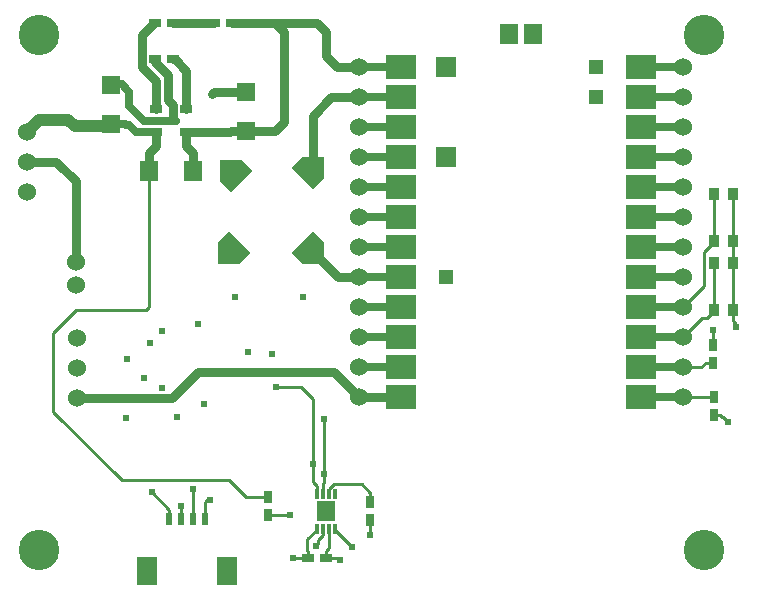
<source format=gtl>
G04 ================== begin FILE IDENTIFICATION RECORD ==================*
G04 Layout Name:  SLEEPTRACK2_PHASE3_v2.brd*
G04 Film Name:    Sleeptrack2_Phase_3_TOP_V2*
G04 File Format:  Gerber RS274X*
G04 File Origin:  Cadence Allegro 17.0-P009*
G04 Origin Date:  Sat Oct 29 00:03:52 2016*
G04 *
G04 Layer:  ETCH/TOP*
G04 Layer:  PIN/TOP*
G04 Layer:  VIA CLASS/TOP*
G04 *
G04 Offset:    (0.00 0.00)*
G04 Mirror:    No*
G04 Mode:      Positive*
G04 Rotation:  0*
G04 FullContactRelief:  No*
G04 UndefLineWidth:     10.00*
G04 ================== end FILE IDENTIFICATION RECORD ====================*
%FSLAX25Y25*MOIN*%
%IR0*IPPOS*OFA0.00000B0.00000*MIA0B0*SFA1.00000B1.00000*%
%ADD13R,.06969X.09724*%
%ADD26R,.1X.08*%
%ADD15C,.024*%
%ADD11C,.06*%
%ADD12R,.06X.06*%
%ADD28R,.07X.07*%
%ADD27R,.045X.045*%
%AMMACRO21*
4,1,6,-.0348,.03536,
-.03536,.0348,
-.03536,-.0348,
0.0,-.07015,
.07015,0.0,
.0348,.03536,
-.0348,.03536,
0.0*
%
%ADD21MACRO21*%
%ADD19R,.03X.04*%
%ADD18R,.04X.03*%
%ADD22R,.01201X.03201*%
%ADD17R,.04X.025*%
%ADD29R,.06X.07*%
%ADD10C,.135*%
%ADD30R,.03543X.03937*%
%ADD14R,.02165X.03937*%
%ADD23R,.06417X.0689*%
%AMMACRO25*
4,1,6,.03536,.0348,
.0348,.03536,
-.0348,.03536,
-.07015,0.0,
0.0,-.07015,
.03536,-.0348,
.03536,.0348,
0.0*
%
%ADD25MACRO25*%
%AMMACRO24*
4,1,6,.0348,-.03536,
.03536,-.0348,
.03536,.0348,
0.0,.07015,
-.07015,0.0,
-.0348,-.03536,
.0348,-.03536,
0.0*
%
%ADD24MACRO24*%
%AMMACRO20*
4,1,6,-.03536,-.0348,
-.0348,-.03536,
.0348,-.03536,
.07015,0.0,
0.0,.07015,
-.03536,.0348,
-.03536,-.0348,
0.0*
%
%ADD20MACRO20*%
%ADD16R,.06299X.0689*%
%ADD31C,.01*%
%ADD32C,.03*%
%ADD33C,.04*%
%ADD34C,.025*%
G75*
%LPD*%
G75*
G54D10*
X-110840Y-60840D03*
Y110840D03*
X110840Y-60840D03*
Y110840D03*
G54D20*
X-47625Y38245D03*
G54D11*
X-114890Y58600D03*
Y68600D03*
Y78600D03*
X-98250Y-10150D03*
Y9850D03*
Y-150D03*
X-98560Y35070D03*
Y27270D03*
X-4160Y-9970D03*
Y30D03*
Y10030D03*
Y20030D03*
Y30030D03*
Y40030D03*
Y50030D03*
Y60030D03*
Y70030D03*
Y80030D03*
Y90030D03*
Y100030D03*
X103660Y-9970D03*
Y30D03*
Y10030D03*
Y20030D03*
Y30030D03*
Y40030D03*
Y50030D03*
Y60030D03*
Y70030D03*
Y80030D03*
Y90030D03*
Y100030D03*
G54D30*
X114110Y18996D03*
Y34744D03*
X120410Y18996D03*
Y34744D03*
X114110Y41976D03*
X120410D03*
X114110Y57724D03*
X120410D03*
G54D21*
X-46901Y65551D03*
G54D12*
X-86880Y81180D03*
Y94180D03*
X-41870Y78810D03*
Y91810D03*
G54D31*
G01X-74302Y65600D02*
Y20040D01*
X-75302Y19040D01*
X-98510D01*
X-106230Y11320D01*
Y-14760D01*
X-83260Y-37730D01*
X-47411D01*
X-41781Y-43360D01*
X-34610D01*
G01X-67456Y-50420D02*
Y-47451D01*
X-73337Y-41570D01*
G01X-63519Y-50420D02*
Y-46111D01*
G01X-54010Y-44340D02*
X-55010D01*
X-55644Y-44974D01*
Y-50420D01*
G01X-59581D02*
Y-40541D01*
G01X-14276Y-53769D02*
Y-60216D01*
X-15270Y-61210D01*
Y-63710D01*
G01D02*
X-11030D01*
X-10610Y-64130D01*
G01X-18480Y-59530D02*
X-17930Y-58980D01*
Y-57630D01*
X-16244Y-55944D01*
Y-53769D01*
G01X-21270Y-63710D02*
Y-61210D01*
X-21415Y-61065D01*
Y-57375D01*
X-18213Y-54173D01*
Y-53769D01*
G01X-21270Y-63710D02*
X-26200D01*
G01X-14276Y-52909D02*
Y-53769D01*
G01X-27280Y-49350D02*
X-32100D01*
X-32110Y-49360D01*
X-34610D01*
G01X-16244Y-53005D02*
Y-53769D01*
G01X-18213Y-43336D02*
Y-42351D01*
G01X-19670Y-32130D02*
Y-38072D01*
X-18213Y-39529D01*
Y-42351D01*
G01X-12307Y-53005D02*
Y-53769D01*
G01X-6725Y-59905D02*
X-12307Y-54323D01*
Y-53769D01*
G01X-18213Y-52909D02*
Y-53769D01*
G01X-15790Y-17350D02*
Y-35660D01*
G01X-16244Y-43115D02*
Y-42351D01*
G01X-15790Y-35660D02*
Y-38380D01*
X-16244Y-38834D01*
Y-42351D01*
G01X-560Y-45060D02*
Y-41790D01*
X-3360Y-38990D01*
X-12580D01*
X-14276Y-40686D01*
Y-42351D01*
G01Y-43336D02*
Y-42351D01*
G01X-31960Y-6500D02*
X-23730D01*
X-19670Y-10560D01*
Y-32130D01*
G01X-560Y-51060D02*
Y-56040D01*
G01X103660Y-9970D02*
X111450D01*
X111540Y-10060D01*
X114040D01*
G01X103660Y30D02*
X109790D01*
X111300Y1540D01*
X113800D01*
G01X114110Y18996D02*
Y18799D01*
X111630Y16319D01*
X109949D01*
X103660Y10030D01*
G01Y20030D02*
X110838Y27208D01*
Y38507D01*
X114110Y41779D01*
Y41976D01*
G01X118700Y-18090D02*
X117144Y-16534D01*
X116684D01*
X116210Y-16060D01*
X114040D01*
G01X113800Y7540D02*
Y12450D01*
G01X121500Y13310D02*
Y14380D01*
X120410Y15470D01*
Y18996D01*
G01Y34744D02*
Y18996D01*
G01Y41976D02*
Y34744D01*
G01X114110D02*
Y18996D01*
G01X120410Y57724D02*
Y41976D01*
G01X114110Y57724D02*
Y41976D01*
G54D22*
X-18213Y-42351D03*
X-16244D03*
X-14276D03*
X-12307D03*
Y-53769D03*
X-14276D03*
X-16244D03*
X-18213D03*
G54D13*
X-74877Y-67940D03*
X-48223D03*
G54D32*
G01X-98560Y35070D02*
Y40070D01*
X-98680Y40190D01*
Y61990D01*
X-105290Y68600D01*
X-114890D01*
G01X-4160Y-9970D02*
X-12720Y-1410D01*
X-57860D01*
X-66600Y-10150D01*
X-98250D01*
G01X-74302Y65600D02*
X-74322Y65620D01*
Y71525D01*
X-72020Y73827D01*
Y78470D01*
G01X-59498Y65600D02*
Y67750D01*
X-59518Y67770D01*
Y71525D01*
X-61820Y73827D01*
Y78470D01*
G01X-72020Y85970D02*
Y88970D01*
G01D02*
Y95594D01*
X-76620Y100194D01*
Y110130D01*
X-76578Y110172D01*
Y110672D01*
X-72620Y114630D01*
X-72120D01*
G01X-66120Y102730D02*
X-65620D01*
X-61820Y98930D01*
Y85970D01*
G01X-67988Y97562D02*
Y88978D01*
X-66320Y87310D01*
Y82850D01*
X-65890Y82420D01*
G01X-61820Y78470D02*
X-47210D01*
X-46870Y78810D01*
X-41870D01*
G01X-67988Y97562D02*
X-72120Y101694D01*
Y102730D01*
G01X-66120Y114630D02*
X-56720D01*
X-56700Y114610D01*
X-52700D01*
G01X-41870Y91810D02*
X-52450D01*
X-53120Y91140D01*
G01X-32330Y114640D02*
X-29350Y111660D01*
Y81650D01*
X-32190Y78810D01*
X-41870D01*
G01X-32330Y114640D02*
X-42670D01*
X-42700Y114610D01*
X-46700D01*
G01X-4160Y30030D02*
X-11380D01*
X-20319Y38969D01*
G01X-4160Y90030D02*
X-13430D01*
X-19595Y83865D01*
Y66275D01*
X-20319Y65551D01*
G01X-4160Y100030D02*
X-11570D01*
X-15290Y103750D01*
Y111740D01*
X-18190Y114640D01*
X-32330D01*
G01X590Y-9970D02*
X-4160D01*
G01X9750Y-10000D02*
X870D01*
X840Y-9970D01*
X590D01*
G54D23*
X-15260Y-48060D03*
G54D14*
X-67456Y-50420D03*
X-63519D03*
X-59581D03*
X-55644D03*
G54D33*
G01X-86880Y81180D02*
X-87690Y80370D01*
X-99060D01*
X-101180Y82490D01*
X-111000D01*
X-114890Y78600D01*
G54D24*
X-19595Y38245D03*
G54D15*
X-73337Y-41570D03*
X-63519Y-46111D03*
X-59581Y-40541D03*
X-81790Y-16750D03*
X-64980Y-16410D03*
X-69970Y-6800D03*
X-75960Y-3620D03*
X-81590Y2670D03*
X-58064Y14350D03*
X-73960Y8080D03*
X-70000Y11960D03*
X-65890Y82420D03*
X-67988Y97562D03*
X-54010Y-44340D03*
X-56010Y-12130D03*
X-41340Y5140D03*
X-45430Y23390D03*
X-53120Y91140D03*
X-10610Y-64130D03*
X-18480Y-59530D03*
X-26200Y-63710D03*
X-27280Y-49350D03*
X-19670Y-32130D03*
X-15790Y-35660D03*
Y-17350D03*
X-31960Y-6500D03*
X-33180Y4420D03*
X-22990Y23570D03*
X-560Y-56040D03*
X-6725Y-59905D03*
X118700Y-18090D03*
X113800Y12450D03*
X121500Y13310D03*
G54D34*
G01X-86880Y81180D02*
X-82130D01*
X-81830Y80880D01*
X-80830D01*
X-78420Y78470D01*
X-72020D01*
G01X-86880Y94180D02*
X-86740Y94320D01*
X-83300D01*
X-80800Y91820D01*
Y87250D01*
X-75770Y82220D01*
X-72020D01*
G01Y88970D02*
X-72000Y88990D01*
G01X-65890Y82420D02*
X-65480D01*
X-65280Y82220D01*
X-72020D01*
G01X620Y-10000D02*
X590Y-9970D01*
G01X-4160Y30D02*
X2970D01*
X3000Y0D01*
X9750D01*
G01X-4160Y10030D02*
X2970D01*
X3000Y10000D01*
X9750D01*
G01X-4160Y40030D02*
X2970D01*
X3000Y40000D01*
X9750D01*
G01X-4160Y20030D02*
X2970D01*
X3000Y20000D01*
X9750D01*
G01X-4160Y30030D02*
X2970D01*
X3000Y30000D01*
X9750D01*
G01X-4160Y60030D02*
X2970D01*
X3000Y60000D01*
X9750D01*
G01X-4160Y50030D02*
X2970D01*
X3000Y50000D01*
X9750D01*
G01X-4160Y90030D02*
X2970D01*
X3000Y90000D01*
X9750D01*
G01Y80000D02*
X620D01*
X590Y80030D01*
X-4160D01*
G01Y70030D02*
X2970D01*
X3000Y70000D01*
X9750D01*
G01X-4160Y100030D02*
X2970D01*
X3000Y100000D01*
X9750D01*
G01X89750Y-10000D02*
X98880D01*
X98910Y-9970D01*
X103660D01*
G01X89750Y0D02*
X98880D01*
X98910Y30D01*
X103660D01*
G01X89750Y10000D02*
X98880D01*
X98910Y10030D01*
X103660D01*
G01X89750Y40000D02*
X98880D01*
X98910Y40030D01*
X103660D01*
G01X89750Y30000D02*
X98880D01*
X98910Y30030D01*
X103660D01*
G01X89750Y20000D02*
X98880D01*
X98910Y20030D01*
X103660D01*
G01Y60030D02*
X96530D01*
X96500Y60000D01*
X89750D01*
G01Y50000D02*
X98880D01*
X98910Y50030D01*
X103660D01*
G01X89750Y70000D02*
X98880D01*
X98910Y70030D01*
X103660D01*
G01Y90030D02*
X96530D01*
X96500Y90000D01*
X89750D01*
G01X103660Y80030D02*
X96530D01*
X96500Y80000D01*
X89750D01*
G01X103660Y100030D02*
X96530D01*
X96500Y100000D01*
X89750D01*
G54D16*
X-59498Y65600D03*
X-74302D03*
G54D25*
X-19595Y66275D03*
G54D17*
X-72020Y85970D03*
Y82220D03*
Y78470D03*
X-61820D03*
Y85970D03*
G54D26*
X9750Y-10000D03*
Y0D03*
Y10000D03*
Y20000D03*
Y30000D03*
Y40000D03*
Y50000D03*
Y60000D03*
Y70000D03*
Y80000D03*
Y90000D03*
Y100000D03*
X89750Y-10000D03*
Y10000D03*
Y0D03*
Y40000D03*
Y30000D03*
Y20000D03*
Y60000D03*
Y50000D03*
Y90000D03*
Y80000D03*
Y70000D03*
Y100000D03*
G54D18*
X-72120Y114630D03*
X-66120D03*
Y102730D03*
X-72120D03*
X-46700Y114610D03*
X-52700D03*
X-15270Y-63710D03*
X-21270D03*
G54D27*
X24750Y30000D03*
X74750Y90000D03*
Y100000D03*
G54D19*
X-34610Y-43360D03*
Y-49360D03*
X-560Y-45060D03*
Y-51060D03*
X114040Y-16060D03*
Y-10060D03*
X113800Y7540D03*
Y1540D03*
G54D28*
X24750Y70000D03*
Y100000D03*
G54D29*
X45750Y111000D03*
X53750D03*
M02*

</source>
